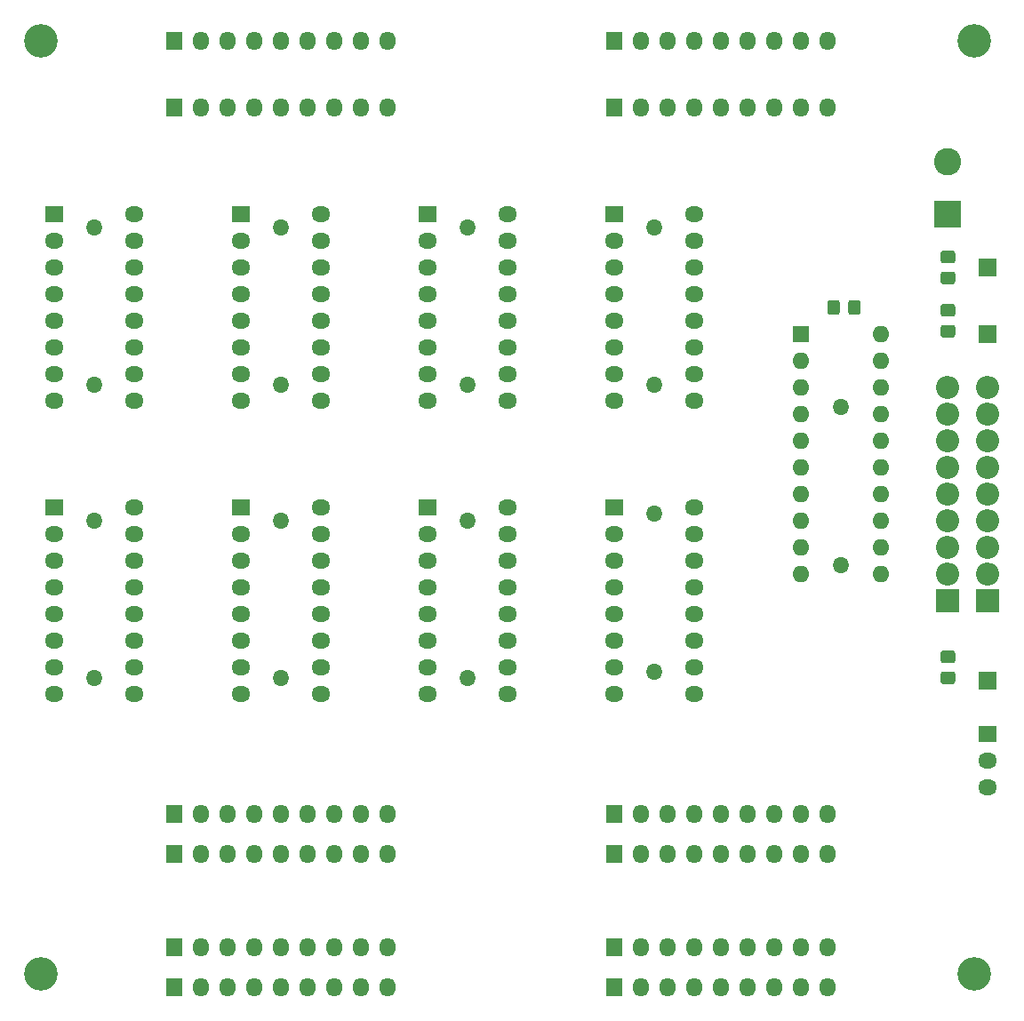
<source format=gbr>
%TF.GenerationSoftware,KiCad,Pcbnew,(5.1.8)-1*%
%TF.CreationDate,2023-08-11T23:22:34+03:00*%
%TF.ProjectId,MUX8x1-v5,4d555838-7831-42d7-9635-2e6b69636164,rev?*%
%TF.SameCoordinates,Original*%
%TF.FileFunction,Soldermask,Bot*%
%TF.FilePolarity,Negative*%
%FSLAX46Y46*%
G04 Gerber Fmt 4.6, Leading zero omitted, Abs format (unit mm)*
G04 Created by KiCad (PCBNEW (5.1.8)-1) date 2023-08-11 23:22:34*
%MOMM*%
%LPD*%
G01*
G04 APERTURE LIST*
%ADD10R,1.700000X1.700000*%
%ADD11O,1.500000X1.600000*%
%ADD12O,1.600000X1.600000*%
%ADD13R,1.600000X1.600000*%
%ADD14O,2.200000X2.200000*%
%ADD15R,2.200000X2.200000*%
%ADD16O,1.500000X1.800000*%
%ADD17R,1.500000X1.800000*%
%ADD18O,1.800000X1.500000*%
%ADD19R,1.800000X1.500000*%
%ADD20C,2.600000*%
%ADD21R,2.600000X2.600000*%
%ADD22C,3.200000*%
G04 APERTURE END LIST*
%TO.C,R7*%
G36*
G01*
X147770001Y-102470000D02*
X146869999Y-102470000D01*
G75*
G02*
X146620000Y-102220001I0J249999D01*
G01*
X146620000Y-101519999D01*
G75*
G02*
X146869999Y-101270000I249999J0D01*
G01*
X147770001Y-101270000D01*
G75*
G02*
X148020000Y-101519999I0J-249999D01*
G01*
X148020000Y-102220001D01*
G75*
G02*
X147770001Y-102470000I-249999J0D01*
G01*
G37*
G36*
G01*
X147770001Y-104470000D02*
X146869999Y-104470000D01*
G75*
G02*
X146620000Y-104220001I0J249999D01*
G01*
X146620000Y-103519999D01*
G75*
G02*
X146869999Y-103270000I249999J0D01*
G01*
X147770001Y-103270000D01*
G75*
G02*
X148020000Y-103519999I0J-249999D01*
G01*
X148020000Y-104220001D01*
G75*
G02*
X147770001Y-104470000I-249999J0D01*
G01*
G37*
%TD*%
D10*
%TO.C,J13*%
X151130000Y-104140000D03*
%TD*%
D11*
%TO.C,C9*%
X137160000Y-93105000D03*
X137160000Y-78105000D03*
%TD*%
D12*
%TO.C,U9*%
X140970000Y-71120000D03*
X133350000Y-93980000D03*
X140970000Y-73660000D03*
X133350000Y-91440000D03*
X140970000Y-76200000D03*
X133350000Y-88900000D03*
X140970000Y-78740000D03*
X133350000Y-86360000D03*
X140970000Y-81280000D03*
X133350000Y-83820000D03*
X140970000Y-83820000D03*
X133350000Y-81280000D03*
X140970000Y-86360000D03*
X133350000Y-78740000D03*
X140970000Y-88900000D03*
X133350000Y-76200000D03*
X140970000Y-91440000D03*
X133350000Y-73660000D03*
X140970000Y-93980000D03*
D13*
X133350000Y-71120000D03*
%TD*%
%TO.C,R3*%
G36*
G01*
X147770001Y-69450000D02*
X146869999Y-69450000D01*
G75*
G02*
X146620000Y-69200001I0J249999D01*
G01*
X146620000Y-68499999D01*
G75*
G02*
X146869999Y-68250000I249999J0D01*
G01*
X147770001Y-68250000D01*
G75*
G02*
X148020000Y-68499999I0J-249999D01*
G01*
X148020000Y-69200001D01*
G75*
G02*
X147770001Y-69450000I-249999J0D01*
G01*
G37*
G36*
G01*
X147770001Y-71450000D02*
X146869999Y-71450000D01*
G75*
G02*
X146620000Y-71200001I0J249999D01*
G01*
X146620000Y-70499999D01*
G75*
G02*
X146869999Y-70250000I249999J0D01*
G01*
X147770001Y-70250000D01*
G75*
G02*
X148020000Y-70499999I0J-249999D01*
G01*
X148020000Y-71200001D01*
G75*
G02*
X147770001Y-71450000I-249999J0D01*
G01*
G37*
%TD*%
%TO.C,R2*%
G36*
G01*
X137830000Y-69030001D02*
X137830000Y-68129999D01*
G75*
G02*
X138079999Y-67880000I249999J0D01*
G01*
X138780001Y-67880000D01*
G75*
G02*
X139030000Y-68129999I0J-249999D01*
G01*
X139030000Y-69030001D01*
G75*
G02*
X138780001Y-69280000I-249999J0D01*
G01*
X138079999Y-69280000D01*
G75*
G02*
X137830000Y-69030001I0J249999D01*
G01*
G37*
G36*
G01*
X135830000Y-69030001D02*
X135830000Y-68129999D01*
G75*
G02*
X136079999Y-67880000I249999J0D01*
G01*
X136780001Y-67880000D01*
G75*
G02*
X137030000Y-68129999I0J-249999D01*
G01*
X137030000Y-69030001D01*
G75*
G02*
X136780001Y-69280000I-249999J0D01*
G01*
X136079999Y-69280000D01*
G75*
G02*
X135830000Y-69030001I0J249999D01*
G01*
G37*
%TD*%
D10*
%TO.C,J7*%
X151130000Y-71120000D03*
%TD*%
D14*
%TO.C,J3*%
X147320000Y-76200000D03*
X147320000Y-78740000D03*
X147320000Y-81280000D03*
X147320000Y-83820000D03*
X147320000Y-86360000D03*
X147320000Y-88900000D03*
X147320000Y-91440000D03*
X147320000Y-93980000D03*
D15*
X147320000Y-96520000D03*
%TD*%
D14*
%TO.C,J21*%
X151130000Y-76200000D03*
X151130000Y-78740000D03*
X151130000Y-81280000D03*
X151130000Y-83820000D03*
X151130000Y-86360000D03*
X151130000Y-88900000D03*
X151130000Y-91440000D03*
X151130000Y-93980000D03*
D15*
X151130000Y-96520000D03*
%TD*%
D16*
%TO.C,J18*%
X93980000Y-129540000D03*
X91440000Y-129540000D03*
X88900000Y-129540000D03*
X86360000Y-129540000D03*
X83820000Y-129540000D03*
X81280000Y-129540000D03*
X78740000Y-129540000D03*
X76200000Y-129540000D03*
D17*
X73660000Y-129540000D03*
%TD*%
D16*
%TO.C,J16*%
X93980000Y-133350000D03*
X91440000Y-133350000D03*
X88900000Y-133350000D03*
X86360000Y-133350000D03*
X83820000Y-133350000D03*
X81280000Y-133350000D03*
X78740000Y-133350000D03*
X76200000Y-133350000D03*
D17*
X73660000Y-133350000D03*
%TD*%
D16*
%TO.C,J15*%
X93980000Y-49530000D03*
X91440000Y-49530000D03*
X88900000Y-49530000D03*
X86360000Y-49530000D03*
X83820000Y-49530000D03*
X81280000Y-49530000D03*
X78740000Y-49530000D03*
X76200000Y-49530000D03*
D17*
X73660000Y-49530000D03*
%TD*%
D16*
%TO.C,J14*%
X135890000Y-133350000D03*
X133350000Y-133350000D03*
X130810000Y-133350000D03*
X128270000Y-133350000D03*
X125730000Y-133350000D03*
X123190000Y-133350000D03*
X120650000Y-133350000D03*
X118110000Y-133350000D03*
D17*
X115570000Y-133350000D03*
%TD*%
D16*
%TO.C,J12*%
X135890000Y-129540000D03*
X133350000Y-129540000D03*
X130810000Y-129540000D03*
X128270000Y-129540000D03*
X125730000Y-129540000D03*
X123190000Y-129540000D03*
X120650000Y-129540000D03*
X118110000Y-129540000D03*
D17*
X115570000Y-129540000D03*
%TD*%
D16*
%TO.C,J11*%
X135890000Y-49530000D03*
X133350000Y-49530000D03*
X130810000Y-49530000D03*
X128270000Y-49530000D03*
X125730000Y-49530000D03*
X123190000Y-49530000D03*
X120650000Y-49530000D03*
X118110000Y-49530000D03*
D17*
X115570000Y-49530000D03*
%TD*%
D16*
%TO.C,J8*%
X93980000Y-116880000D03*
X91440000Y-116880000D03*
X88900000Y-116880000D03*
X86360000Y-116880000D03*
X83820000Y-116880000D03*
X81280000Y-116880000D03*
X78740000Y-116880000D03*
X76200000Y-116880000D03*
D17*
X73660000Y-116880000D03*
%TD*%
D16*
%TO.C,J6*%
X93980000Y-120650000D03*
X91440000Y-120650000D03*
X88900000Y-120650000D03*
X86360000Y-120650000D03*
X83820000Y-120650000D03*
X81280000Y-120650000D03*
X78740000Y-120650000D03*
X76200000Y-120650000D03*
D17*
X73660000Y-120650000D03*
%TD*%
D16*
%TO.C,J5*%
X93980000Y-43180000D03*
X91440000Y-43180000D03*
X88900000Y-43180000D03*
X86360000Y-43180000D03*
X83820000Y-43180000D03*
X81280000Y-43180000D03*
X78740000Y-43180000D03*
X76200000Y-43180000D03*
D17*
X73660000Y-43180000D03*
%TD*%
D16*
%TO.C,J4*%
X135890000Y-116840000D03*
X133350000Y-116840000D03*
X130810000Y-116840000D03*
X128270000Y-116840000D03*
X125730000Y-116840000D03*
X123190000Y-116840000D03*
X120650000Y-116840000D03*
X118110000Y-116840000D03*
D17*
X115570000Y-116840000D03*
%TD*%
D16*
%TO.C,J2*%
X135890000Y-120650000D03*
X133350000Y-120650000D03*
X130810000Y-120650000D03*
X128270000Y-120650000D03*
X125730000Y-120650000D03*
X123190000Y-120650000D03*
X120650000Y-120650000D03*
X118110000Y-120650000D03*
D17*
X115570000Y-120650000D03*
%TD*%
D16*
%TO.C,J1*%
X135890000Y-43180000D03*
X133350000Y-43180000D03*
X130810000Y-43180000D03*
X128270000Y-43180000D03*
X125730000Y-43180000D03*
X123190000Y-43180000D03*
X120650000Y-43180000D03*
X118110000Y-43180000D03*
D17*
X115570000Y-43180000D03*
%TD*%
D11*
%TO.C,C8*%
X119380000Y-75960000D03*
X119380000Y-60960000D03*
%TD*%
%TO.C,C7*%
X101600000Y-75960000D03*
X101600000Y-60960000D03*
%TD*%
%TO.C,C6*%
X83820000Y-75960000D03*
X83820000Y-60960000D03*
%TD*%
%TO.C,C5*%
X66040000Y-75960000D03*
X66040000Y-60960000D03*
%TD*%
%TO.C,C4*%
X119380000Y-103265000D03*
X119380000Y-88265000D03*
%TD*%
%TO.C,C3*%
X101600000Y-103900000D03*
X101600000Y-88900000D03*
%TD*%
%TO.C,C2*%
X83820000Y-103900000D03*
X83820000Y-88900000D03*
%TD*%
%TO.C,C1*%
X66040000Y-103900000D03*
X66040000Y-88900000D03*
%TD*%
D18*
%TO.C,U8*%
X123190000Y-59690000D03*
X115570000Y-77470000D03*
X123190000Y-62230000D03*
X115570000Y-74930000D03*
X123190000Y-64770000D03*
X115570000Y-72390000D03*
X123190000Y-67310000D03*
X115570000Y-69850000D03*
X123190000Y-69850000D03*
X115570000Y-67310000D03*
X123190000Y-72390000D03*
X115570000Y-64770000D03*
X123190000Y-74930000D03*
X115570000Y-62230000D03*
X123190000Y-77470000D03*
D19*
X115570000Y-59690000D03*
%TD*%
D18*
%TO.C,U7*%
X105410000Y-59690000D03*
X97790000Y-77470000D03*
X105410000Y-62230000D03*
X97790000Y-74930000D03*
X105410000Y-64770000D03*
X97790000Y-72390000D03*
X105410000Y-67310000D03*
X97790000Y-69850000D03*
X105410000Y-69850000D03*
X97790000Y-67310000D03*
X105410000Y-72390000D03*
X97790000Y-64770000D03*
X105410000Y-74930000D03*
X97790000Y-62230000D03*
X105410000Y-77470000D03*
D19*
X97790000Y-59690000D03*
%TD*%
D18*
%TO.C,U6*%
X87630000Y-59690000D03*
X80010000Y-77470000D03*
X87630000Y-62230000D03*
X80010000Y-74930000D03*
X87630000Y-64770000D03*
X80010000Y-72390000D03*
X87630000Y-67310000D03*
X80010000Y-69850000D03*
X87630000Y-69850000D03*
X80010000Y-67310000D03*
X87630000Y-72390000D03*
X80010000Y-64770000D03*
X87630000Y-74930000D03*
X80010000Y-62230000D03*
X87630000Y-77470000D03*
D19*
X80010000Y-59690000D03*
%TD*%
D18*
%TO.C,U5*%
X69850000Y-59690000D03*
X62230000Y-77470000D03*
X69850000Y-62230000D03*
X62230000Y-74930000D03*
X69850000Y-64770000D03*
X62230000Y-72390000D03*
X69850000Y-67310000D03*
X62230000Y-69850000D03*
X69850000Y-69850000D03*
X62230000Y-67310000D03*
X69850000Y-72390000D03*
X62230000Y-64770000D03*
X69850000Y-74930000D03*
X62230000Y-62230000D03*
X69850000Y-77470000D03*
D19*
X62230000Y-59690000D03*
%TD*%
D18*
%TO.C,U4*%
X123190000Y-87630000D03*
X115570000Y-105410000D03*
X123190000Y-90170000D03*
X115570000Y-102870000D03*
X123190000Y-92710000D03*
X115570000Y-100330000D03*
X123190000Y-95250000D03*
X115570000Y-97790000D03*
X123190000Y-97790000D03*
X115570000Y-95250000D03*
X123190000Y-100330000D03*
X115570000Y-92710000D03*
X123190000Y-102870000D03*
X115570000Y-90170000D03*
X123190000Y-105410000D03*
D19*
X115570000Y-87630000D03*
%TD*%
D18*
%TO.C,U3*%
X105410000Y-87630000D03*
X97790000Y-105410000D03*
X105410000Y-90170000D03*
X97790000Y-102870000D03*
X105410000Y-92710000D03*
X97790000Y-100330000D03*
X105410000Y-95250000D03*
X97790000Y-97790000D03*
X105410000Y-97790000D03*
X97790000Y-95250000D03*
X105410000Y-100330000D03*
X97790000Y-92710000D03*
X105410000Y-102870000D03*
X97790000Y-90170000D03*
X105410000Y-105410000D03*
D19*
X97790000Y-87630000D03*
%TD*%
D18*
%TO.C,U2*%
X87630000Y-87630000D03*
X80010000Y-105410000D03*
X87630000Y-90170000D03*
X80010000Y-102870000D03*
X87630000Y-92710000D03*
X80010000Y-100330000D03*
X87630000Y-95250000D03*
X80010000Y-97790000D03*
X87630000Y-97790000D03*
X80010000Y-95250000D03*
X87630000Y-100330000D03*
X80010000Y-92710000D03*
X87630000Y-102870000D03*
X80010000Y-90170000D03*
X87630000Y-105410000D03*
D19*
X80010000Y-87630000D03*
%TD*%
D18*
%TO.C,U1*%
X69850000Y-87630000D03*
X62230000Y-105410000D03*
X69850000Y-90170000D03*
X62230000Y-102870000D03*
X69850000Y-92710000D03*
X62230000Y-100330000D03*
X69850000Y-95250000D03*
X62230000Y-97790000D03*
X69850000Y-97790000D03*
X62230000Y-95250000D03*
X69850000Y-100330000D03*
X62230000Y-92710000D03*
X69850000Y-102870000D03*
X62230000Y-90170000D03*
X69850000Y-105410000D03*
D19*
X62230000Y-87630000D03*
%TD*%
%TO.C,R1*%
G36*
G01*
X146869999Y-65170000D02*
X147770001Y-65170000D01*
G75*
G02*
X148020000Y-65419999I0J-249999D01*
G01*
X148020000Y-66120001D01*
G75*
G02*
X147770001Y-66370000I-249999J0D01*
G01*
X146869999Y-66370000D01*
G75*
G02*
X146620000Y-66120001I0J249999D01*
G01*
X146620000Y-65419999D01*
G75*
G02*
X146869999Y-65170000I249999J0D01*
G01*
G37*
G36*
G01*
X146869999Y-63170000D02*
X147770001Y-63170000D01*
G75*
G02*
X148020000Y-63419999I0J-249999D01*
G01*
X148020000Y-64120001D01*
G75*
G02*
X147770001Y-64370000I-249999J0D01*
G01*
X146869999Y-64370000D01*
G75*
G02*
X146620000Y-64120001I0J249999D01*
G01*
X146620000Y-63419999D01*
G75*
G02*
X146869999Y-63170000I249999J0D01*
G01*
G37*
%TD*%
D10*
%TO.C,J20*%
X151130000Y-64770000D03*
%TD*%
D18*
%TO.C,J10*%
X151130000Y-114300000D03*
X151130000Y-111760000D03*
D19*
X151130000Y-109220000D03*
%TD*%
D20*
%TO.C,J9*%
X147320000Y-54690000D03*
D21*
X147320000Y-59690000D03*
%TD*%
D22*
%TO.C,H4*%
X149860000Y-132080000D03*
%TD*%
%TO.C,H3*%
X149860000Y-43180000D03*
%TD*%
%TO.C,H2*%
X60960000Y-132080000D03*
%TD*%
%TO.C,H1*%
X60960000Y-43180000D03*
%TD*%
M02*

</source>
